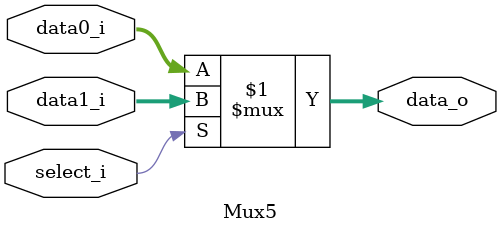
<source format=v>
module Mux5
(
    data0_i,
    data1_i,
    select_i,
    data_o
);

input   [4:0]  data0_i;
input   [4:0]  data1_i;
input          select_i;
output  [4:0]  data_o;

assign data_o = select_i ? data1_i : data0_i;

endmodule

</source>
